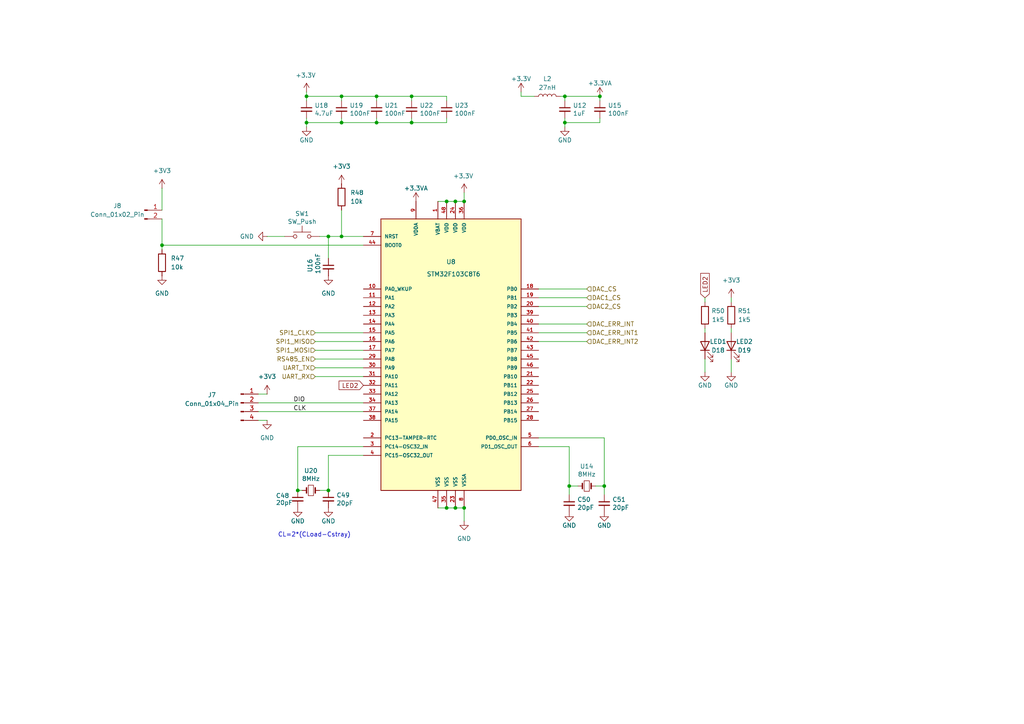
<source format=kicad_sch>
(kicad_sch (version 20231120) (generator "eeschema") (generator_version "8.0")
  (paper "A4")
  (lib_symbols
    (symbol "Connector:Conn_01x02_Pin" (pin_names (offset 1.016) hide)
      (property "Reference" "J" (at 0 2.54 0))
      (property "Value" "Conn_01x02_Pin" (at 0 -5.08 0))
      (symbol "Conn_01x02_Pin_1_1"
        (polyline (pts (xy 1.27 -2.54) (xy 0.8636 -2.54)) (stroke (width 0.1524)))
        (polyline (pts (xy 1.27 0) (xy 0.8636 0)) (stroke (width 0.1524)))
        (rectangle (start 0.8636 -2.413) (end 0 -2.667) (stroke (width 0.1524)) (fill (type outline)))
        (rectangle (start 0.8636 0.127) (end 0 -0.127) (stroke (width 0.1524)) (fill (type outline)))
        (pin passive line (at 5.08 0 180) (length 3.81) (name "Pin_1") (number "1"))
        (pin passive line (at 5.08 -2.54 180) (length 3.81) (name "Pin_2") (number "2"))
      )
    )
    (symbol "Connector:Conn_01x04_Pin" (pin_names (offset 1.016) hide)
      (property "Reference" "J" (at 0 5.08 0))
      (property "Value" "Conn_01x04_Pin" (at 0 -7.62 0))
      (symbol "Conn_01x04_Pin_1_1"
        (polyline (pts (xy 1.27 -5.08) (xy 0.8636 -5.08)) (stroke (width 0.1524)))
        (polyline (pts (xy 1.27 -2.54) (xy 0.8636 -2.54)) (stroke (width 0.1524)))
        (polyline (pts (xy 1.27 0) (xy 0.8636 0)) (stroke (width 0.1524)))
        (polyline (pts (xy 1.27 2.54) (xy 0.8636 2.54)) (stroke (width 0.1524)))
        (rectangle (start 0.8636 -4.953) (end 0 -5.207) (stroke (width 0.1524)) (fill (type outline)))
        (rectangle (start 0.8636 -2.413) (end 0 -2.667) (stroke (width 0.1524)) (fill (type outline)))
        (rectangle (start 0.8636 0.127) (end 0 -0.127) (stroke (width 0.1524)) (fill (type outline)))
        (rectangle (start 0.8636 2.667) (end 0 2.413) (stroke (width 0.1524)) (fill (type outline)))
        (pin passive line (at 5.08 2.54 180) (length 3.81) (name "Pin_1") (number "1"))
        (pin passive line (at 5.08 0 180) (length 3.81) (name "Pin_2") (number "2"))
        (pin passive line (at 5.08 -2.54 180) (length 3.81) (name "Pin_3") (number "3"))
        (pin passive line (at 5.08 -5.08 180) (length 3.81) (name "Pin_4") (number "4"))
      )
    )
    (symbol "Device:C_Small" (pin_numbers hide) (pin_names (offset 0.254) hide)
      (property "Reference" "C" (at 0.254 1.778 0))
      (property "Value" "C_Small" (at 0.254 -2.032 0))
      (symbol "C_Small_0_1"
        (polyline (pts (xy -1.524 -0.508) (xy 1.524 -0.508)) (stroke (width 0.3302)))
        (polyline (pts (xy -1.524 0.508) (xy 1.524 0.508)) (stroke (width 0.3048)))
      )
      (symbol "C_Small_1_1"
        (pin passive line (at 0 2.54 270) (length 2.032) (name "~") (number "1"))
        (pin passive line (at 0 -2.54 90) (length 2.032) (name "~") (number "2"))
      )
    )
    (symbol "Device:Crystal_Small" (pin_numbers hide) (pin_names (offset 1.016) hide)
      (property "Reference" "Y" (at 0 2.54 0))
      (property "Value" "Crystal_Small" (at 0 -2.54 0))
      (symbol "Crystal_Small_0_1"
        (rectangle (start -0.762 -1.524) (end 0.762 1.524))
        (polyline (pts (xy -1.27 -0.762) (xy -1.27 0.762)) (stroke (width 0.381)))
        (polyline (pts (xy 1.27 -0.762) (xy 1.27 0.762)) (stroke (width 0.381)))
      )
      (symbol "Crystal_Small_1_1"
        (pin passive line (at -2.54 0 0) (length 1.27) (name "1") (number "1"))
        (pin passive line (at 2.54 0 180) (length 1.27) (name "2") (number "2"))
      )
    )
    (symbol "Device:L" (pin_numbers hide) (pin_names (offset 1.016) hide)
      (property "Reference" "L" (at -1.27 0 90))
      (property "Value" "L" (at 1.905 0 90))
      (symbol "L_0_1"
        (arc (start 0 -2.54) (mid 0.6323 -1.905) (end 0 -1.27))
        (arc (start 0 -1.27) (mid 0.6323 -0.635) (end 0 0))
        (arc (start 0 0) (mid 0.6323 0.635) (end 0 1.27))
        (arc (start 0 1.27) (mid 0.6323 1.905) (end 0 2.54))
      )
      (symbol "L_1_1"
        (pin passive line (at 0 3.81 270) (length 1.27) (name "1") (number "1"))
        (pin passive line (at 0 -3.81 90) (length 1.27) (name "2") (number "2"))
      )
    )
    (symbol "Device:LED" (pin_numbers hide) (pin_names (offset 1.016) hide)
      (property "Reference" "D" (at 0 2.54 0))
      (property "Value" "LED" (at 0 -2.54 0))
      (symbol "LED_0_1"
        (polyline (pts (xy -1.27 -1.27) (xy -1.27 1.27)) (stroke (width 0.254)))
        (polyline (pts (xy -1.27 0) (xy 1.27 0)))
        (polyline (pts (xy 1.27 -1.27) (xy 1.27 1.27) (xy -1.27 0) (xy 1.27 -1.27)) (stroke (width 0.254)))
        (polyline (pts (xy -3.048 -0.762) (xy -4.572 -2.286) (xy -3.81 -2.286) (xy -4.572 -2.286) (xy -4.572 -1.524)))
        (polyline (pts (xy -1.778 -0.762) (xy -3.302 -2.286) (xy -2.54 -2.286) (xy -3.302 -2.286) (xy -3.302 -1.524)))
      )
      (symbol "LED_1_1"
        (pin passive line (at -3.81 0 0) (length 2.54) (name "K") (number "1"))
        (pin passive line (at 3.81 0 180) (length 2.54) (name "A") (number "2"))
      )
    )
    (symbol "Device:R" (pin_numbers hide) (pin_names (offset 0))
      (property "Reference" "R" (at 2.032 0 90))
      (property "Value" "R" (at 0 0 90))
      (symbol "R_0_1"
        (rectangle (start -1.016 -2.54) (end 1.016 2.54) (stroke (width 0.254)))
      )
      (symbol "R_1_1"
        (pin passive line (at 0 3.81 270) (length 1.27) (name "~") (number "1"))
        (pin passive line (at 0 -3.81 90) (length 1.27) (name "~") (number "2"))
      )
    )
    (symbol "GND_1" (power) (pin_numbers hide) (pin_names (offset 0) hide)
      (property "Value" "GND" (at 0 -3.81 0))
      (symbol "GND_1_0_1"
        (polyline (pts (xy 0 0) (xy 0 -1.27) (xy 1.27 -1.27) (xy 0 -2.54) (xy -1.27 -1.27) (xy 0 -1.27)))
      )
      (symbol "GND_1_1_1"
        (pin power_in line (at 0 0 270) (length 0) (name "~") (number "1"))
      )
    )
    (symbol "GND_2" (power) (pin_numbers hide) (pin_names (offset 0) hide)
      (property "Value" "GND" (at 0 -3.81 0))
      (symbol "GND_2_0_1"
        (polyline (pts (xy 0 0) (xy 0 -1.27) (xy 1.27 -1.27) (xy 0 -2.54) (xy -1.27 -1.27) (xy 0 -1.27)))
      )
      (symbol "GND_2_1_1"
        (pin power_in line (at 0 0 270) (length 0) (name "~") (number "1"))
      )
    )
    (symbol "STM32F103C8T6:STM32F103C8T6" (pin_names (offset 1.016))
      (property "Reference" "U8" (at 0 28.194 0))
      (property "Value" "STM32F103C8T6" (at 0.762 24.638 0))
      (symbol "STM32F103C8T6_0_0"
        (rectangle (start -20.32 40.64) (end 20.32 -38.1) (stroke (width 0.254)) (fill (type background)))
        (pin bidirectional line (at -3.81 45.72 270) (length 5.08) (name "VBAT") (number "1"))
        (pin bidirectional line (at -25.4 20.32 0) (length 5.08) (name "PA0_WKUP") (number "10"))
        (pin bidirectional line (at -25.4 17.78 0) (length 5.08) (name "PA1") (number "11"))
        (pin bidirectional line (at -25.4 15.24 0) (length 5.08) (name "PA2") (number "12"))
        (pin bidirectional line (at -25.4 12.7 0) (length 5.08) (name "PA3") (number "13"))
        (pin bidirectional line (at -25.4 10.16 0) (length 5.08) (name "PA4") (number "14"))
        (pin bidirectional line (at -25.4 7.62 0) (length 5.08) (name "PA5") (number "15"))
        (pin bidirectional line (at -25.4 5.08 0) (length 5.08) (name "PA6") (number "16"))
        (pin bidirectional line (at -25.4 2.54 0) (length 5.08) (name "PA7") (number "17"))
        (pin bidirectional line (at 25.4 20.32 180) (length 5.08) (name "PB0") (number "18"))
        (pin bidirectional line (at 25.4 17.78 180) (length 5.08) (name "PB1") (number "19"))
        (pin bidirectional line (at -25.4 -22.86 0) (length 5.08) (name "PC13-TAMPER-RTC") (number "2"))
        (pin bidirectional line (at 25.4 15.24 180) (length 5.08) (name "PB2") (number "20"))
        (pin bidirectional line (at 25.4 -5.08 180) (length 5.08) (name "PB10") (number "21"))
        (pin bidirectional line (at 25.4 -7.62 180) (length 5.08) (name "PB11") (number "22"))
        (pin power_in line (at 1.27 -43.18 90) (length 5.08) (name "VSS") (number "23"))
        (pin power_in line (at 1.27 45.72 270) (length 5.08) (name "VDD") (number "24"))
        (pin bidirectional line (at 25.4 -10.16 180) (length 5.08) (name "PB12") (number "25"))
        (pin bidirectional line (at 25.4 -12.7 180) (length 5.08) (name "PB13") (number "26"))
        (pin bidirectional line (at 25.4 -15.24 180) (length 5.08) (name "PB14") (number "27"))
        (pin bidirectional line (at 25.4 -17.78 180) (length 5.08) (name "PB15") (number "28"))
        (pin bidirectional line (at -25.4 0 0) (length 5.08) (name "PA8") (number "29"))
        (pin bidirectional line (at -25.4 -25.4 0) (length 5.08) (name "PC14-OSC32_IN") (number "3"))
        (pin bidirectional line (at -25.4 -2.54 0) (length 5.08) (name "PA9") (number "30"))
        (pin bidirectional line (at -25.4 -5.08 0) (length 5.08) (name "PA10") (number "31"))
        (pin bidirectional line (at -25.4 -7.62 0) (length 5.08) (name "PA11") (number "32"))
        (pin bidirectional line (at -25.4 -10.16 0) (length 5.08) (name "PA12") (number "33"))
        (pin bidirectional line (at -25.4 -12.7 0) (length 5.08) (name "PA13") (number "34"))
        (pin power_in line (at -1.27 -43.18 90) (length 5.08) (name "VSS") (number "35"))
        (pin power_in line (at 3.81 45.72 270) (length 5.08) (name "VDD") (number "36"))
        (pin bidirectional line (at -25.4 -15.24 0) (length 5.08) (name "PA14") (number "37"))
        (pin bidirectional line (at -25.4 -17.78 0) (length 5.08) (name "PA15") (number "38"))
        (pin bidirectional line (at 25.4 12.7 180) (length 5.08) (name "PB3") (number "39"))
        (pin bidirectional line (at -25.4 -27.94 0) (length 5.08) (name "PC15-OSC32_OUT") (number "4"))
        (pin bidirectional line (at 25.4 10.16 180) (length 5.08) (name "PB4") (number "40"))
        (pin bidirectional line (at 25.4 7.62 180) (length 5.08) (name "PB5") (number "41"))
        (pin bidirectional line (at 25.4 5.08 180) (length 5.08) (name "PB6") (number "42"))
        (pin bidirectional line (at 25.4 2.54 180) (length 5.08) (name "PB7") (number "43"))
        (pin input line (at -25.4 33.02 0) (length 5.08) (name "BOOT0") (number "44"))
        (pin bidirectional line (at 25.4 0 180) (length 5.08) (name "PB8") (number "45"))
        (pin bidirectional line (at 25.4 -2.54 180) (length 5.08) (name "PB9") (number "46"))
        (pin power_in line (at -3.81 -43.18 90) (length 5.08) (name "VSS") (number "47"))
        (pin power_in line (at -1.27 45.72 270) (length 5.08) (name "VDD") (number "48"))
        (pin bidirectional line (at 25.4 -22.86 180) (length 5.08) (name "PD0_OSC_IN") (number "5"))
        (pin bidirectional line (at 25.4 -25.4 180) (length 5.08) (name "PD1_OSC_OUT") (number "6"))
        (pin input line (at -25.4 35.56 0) (length 5.08) (name "NRST") (number "7"))
        (pin power_in line (at 3.81 -43.18 90) (length 5.08) (name "VSSA") (number "8"))
        (pin power_in line (at -10.16 45.72 270) (length 5.08) (name "VDDA") (number "9"))
      )
    )
    (symbol "Switch:SW_Push" (pin_numbers hide) (pin_names (offset 1.016) hide)
      (property "Reference" "SW" (at 1.27 2.54 0))
      (property "Value" "SW_Push" (at 0 -1.524 0))
      (symbol "SW_Push_0_1"
        (circle (center -2.032 0) (radius 0.508))
        (polyline (pts (xy 0 1.27) (xy 0 3.048)))
        (polyline (pts (xy 2.54 1.27) (xy -2.54 1.27)))
        (circle (center 2.032 0) (radius 0.508))
        (pin passive line (at -5.08 0 0) (length 2.54) (name "1") (number "1"))
        (pin passive line (at 5.08 0 180) (length 2.54) (name "2") (number "2"))
      )
    )
    (symbol "power:+3.3V" (power) (pin_names (offset 0))
      (property "Value" "+3.3V" (at 0 3.556 0))
      (symbol "+3.3V_0_1"
        (polyline (pts (xy -0.762 1.27) (xy 0 2.54)))
        (polyline (pts (xy 0 0) (xy 0 2.54)))
        (polyline (pts (xy 0 2.54) (xy 0.762 1.27)))
      )
      (symbol "+3.3V_1_1"
        (pin power_in line (at 0 0 90) (length 0) hide (name "+3.3V") (number "1"))
      )
    )
    (symbol "power:+3V3" (power) (pin_numbers hide) (pin_names (offset 0) hide)
      (property "Value" "+3V3" (at 0 3.556 0))
      (symbol "+3V3_0_1"
        (polyline (pts (xy -0.762 1.27) (xy 0 2.54)))
        (polyline (pts (xy 0 0) (xy 0 2.54)))
        (polyline (pts (xy 0 2.54) (xy 0.762 1.27)))
      )
      (symbol "+3V3_1_1"
        (pin power_in line (at 0 0 90) (length 0) (name "~") (number "1"))
      )
    )
    (symbol "power:GND" (power) (pin_names (offset 0))
      (property "Value" "GND" (at 0 -3.81 0))
      (symbol "GND_0_1"
        (polyline (pts (xy 0 0) (xy 0 -1.27) (xy 1.27 -1.27) (xy 0 -2.54) (xy -1.27 -1.27) (xy 0 -1.27)))
      )
      (symbol "GND_1_1"
        (pin power_in line (at 0 0 270) (length 0) hide (name "GND") (number "1"))
      )
    )
  )
  (junction (at 95.25 142.24))
  (junction (at 163.83 35.56))
  (junction (at 132.08 58.42))
  (junction (at 109.22 27.94))
  (junction (at 95.25 68.58))
  (junction (at 165.1 140.97))
  (junction (at 88.9 27.94))
  (junction (at 132.08 147.32))
  (junction (at 86.36 142.24))
  (junction (at 119.38 27.94))
  (junction (at 119.38 35.56))
  (junction (at 129.54 58.42))
  (junction (at 109.22 35.56))
  (junction (at 163.83 27.94))
  (junction (at 46.99 71.12))
  (junction (at 173.99 27.94))
  (junction (at 129.54 147.32))
  (junction (at 134.62 58.42))
  (junction (at 88.9 35.56))
  (junction (at 175.26 140.97))
  (junction (at 134.62 147.32))
  (junction (at 99.06 68.58))
  (junction (at 99.06 27.94))
  (junction (at 99.06 35.56))
  (wire (pts (xy 165.1 129.54) (xy 156.21 129.54)))
  (wire (pts (xy 119.38 34.29) (xy 119.38 35.56)))
  (wire (pts (xy 119.38 29.21) (xy 119.38 27.94)))
  (wire (pts (xy 170.18 86.36) (xy 156.21 86.36)))
  (wire (pts (xy 109.22 29.21) (xy 109.22 27.94)))
  (wire (pts (xy 127 147.32) (xy 129.54 147.32)))
  (wire (pts (xy 95.25 132.08) (xy 105.41 132.08)))
  (wire (pts (xy 99.06 60.96) (xy 99.06 68.58)))
  (wire (pts (xy 154.94 27.94) (xy 151.13 27.94)))
  (wire (pts (xy 134.62 147.32) (xy 134.62 151.13)))
  (wire (pts (xy 95.25 142.24) (xy 95.25 132.08)))
  (wire (pts (xy 204.47 95.25) (xy 204.47 96.52)))
  (wire (pts (xy 99.06 27.94) (xy 88.9 27.94)))
  (wire (pts (xy 170.18 96.52) (xy 156.21 96.52)))
  (wire (pts (xy 163.83 35.56) (xy 163.83 34.29)))
  (wire (pts (xy 99.06 68.58) (xy 105.41 68.58)))
  (wire (pts (xy 170.18 99.06) (xy 156.21 99.06)))
  (wire (pts (xy 74.93 119.38) (xy 105.41 119.38)))
  (wire (pts (xy 109.22 35.56) (xy 119.38 35.56)))
  (wire (pts (xy 127 58.42) (xy 129.54 58.42)))
  (wire (pts (xy 119.38 27.94) (xy 109.22 27.94)))
  (wire (pts (xy 109.22 34.29) (xy 109.22 35.56)))
  (wire (pts (xy 88.9 27.94) (xy 88.9 29.21)))
  (wire (pts (xy 163.83 27.94) (xy 163.83 29.21)))
  (wire (pts (xy 46.99 63.5) (xy 46.99 71.12)))
  (wire (pts (xy 109.22 27.94) (xy 99.06 27.94)))
  (wire (pts (xy 134.62 55.88) (xy 134.62 58.42)))
  (wire (pts (xy 74.93 114.3) (xy 77.47 114.3)))
  (wire (pts (xy 129.54 29.21) (xy 129.54 27.94)))
  (wire (pts (xy 91.44 104.14) (xy 105.41 104.14)))
  (wire (pts (xy 151.13 26.67) (xy 151.13 27.94)))
  (wire (pts (xy 88.9 35.56) (xy 99.06 35.56)))
  (wire (pts (xy 46.99 71.12) (xy 105.41 71.12)))
  (wire (pts (xy 46.99 71.12) (xy 46.99 72.39)))
  (wire (pts (xy 163.83 35.56) (xy 163.83 36.83)))
  (wire (pts (xy 46.99 54.61) (xy 46.99 60.96)))
  (wire (pts (xy 77.47 68.58) (xy 82.55 68.58)))
  (wire (pts (xy 129.54 34.29) (xy 129.54 35.56)))
  (wire (pts (xy 165.1 129.54) (xy 165.1 140.97)))
  (wire (pts (xy 165.1 140.97) (xy 167.64 140.97)))
  (wire (pts (xy 99.06 35.56) (xy 109.22 35.56)))
  (wire (pts (xy 212.09 104.14) (xy 212.09 107.95)))
  (wire (pts (xy 204.47 104.14) (xy 204.47 107.95)))
  (wire (pts (xy 95.25 142.24) (xy 92.71 142.24)))
  (wire (pts (xy 204.47 86.36) (xy 204.47 87.63)))
  (wire (pts (xy 91.44 99.06) (xy 105.41 99.06)))
  (wire (pts (xy 132.08 147.32) (xy 134.62 147.32)))
  (wire (pts (xy 165.1 143.51) (xy 165.1 140.97)))
  (wire (pts (xy 95.25 68.58) (xy 99.06 68.58)))
  (wire (pts (xy 95.25 68.58) (xy 95.25 74.93)))
  (wire (pts (xy 119.38 35.56) (xy 129.54 35.56)))
  (wire (pts (xy 86.36 142.24) (xy 86.36 129.54)))
  (wire (pts (xy 91.44 101.6) (xy 105.41 101.6)))
  (wire (pts (xy 74.93 121.92) (xy 77.47 121.92)))
  (wire (pts (xy 91.44 106.68) (xy 105.41 106.68)))
  (wire (pts (xy 88.9 34.29) (xy 88.9 35.56)))
  (wire (pts (xy 212.09 95.25) (xy 212.09 96.52)))
  (wire (pts (xy 91.44 109.22) (xy 105.41 109.22)))
  (wire (pts (xy 170.18 83.82) (xy 156.21 83.82)))
  (wire (pts (xy 99.06 27.94) (xy 99.06 29.21)))
  (wire (pts (xy 88.9 26.67) (xy 88.9 27.94)))
  (wire (pts (xy 163.83 27.94) (xy 162.56 27.94)))
  (wire (pts (xy 129.54 27.94) (xy 119.38 27.94)))
  (wire (pts (xy 74.93 116.84) (xy 105.41 116.84)))
  (wire (pts (xy 170.18 88.9) (xy 156.21 88.9)))
  (wire (pts (xy 173.99 27.94) (xy 173.99 29.21)))
  (wire (pts (xy 88.9 35.56) (xy 88.9 36.83)))
  (wire (pts (xy 175.26 127) (xy 156.21 127)))
  (wire (pts (xy 175.26 143.51) (xy 175.26 140.97)))
  (wire (pts (xy 99.06 35.56) (xy 99.06 34.29)))
  (wire (pts (xy 175.26 127) (xy 175.26 140.97)))
  (wire (pts (xy 163.83 35.56) (xy 173.99 35.56)))
  (wire (pts (xy 129.54 58.42) (xy 132.08 58.42)))
  (wire (pts (xy 172.72 140.97) (xy 175.26 140.97)))
  (wire (pts (xy 170.18 93.98) (xy 156.21 93.98)))
  (wire (pts (xy 132.08 58.42) (xy 134.62 58.42)))
  (wire (pts (xy 92.71 68.58) (xy 95.25 68.58)))
  (wire (pts (xy 91.44 96.52) (xy 105.41 96.52)))
  (wire (pts (xy 212.09 86.36) (xy 212.09 87.63)))
  (wire (pts (xy 173.99 27.94) (xy 163.83 27.94)))
  (wire (pts (xy 173.99 34.29) (xy 173.99 35.56)))
  (wire (pts (xy 129.54 147.32) (xy 132.08 147.32)))
  (wire (pts (xy 86.36 142.24) (xy 87.63 142.24)))
  (wire (pts (xy 86.36 129.54) (xy 105.41 129.54)))
  (text "CL=2*(CLoad-Cstray)" (at 91.186 155.194 0) (effects (font (size 1.27 1.27))))
  (label "DIO" (at 85.09 116.84 0))
  (label "CLK" (at 85.09 119.38 0))
  (global_label "LED2" (shape input) (at 204.47 86.36 90) (property "Intersheetrefs" "${INTERSHEET_REFS}" (effects (hide yes))))
  (global_label "LED2" (shape input) (at 105.41 111.76 180) (property "Intersheetrefs" "${INTERSHEET_REFS}" (effects (hide yes))))
  (hierarchical_label "SPI1_MOSI" (shape input) (at 91.44 101.6 180))
  (hierarchical_label "UART_TX" (shape input) (at 91.44 106.68 180))
  (hierarchical_label "DAC_ERR_INT1" (shape input) (at 170.18 96.52 0))
  (hierarchical_label "DAC_CS" (shape input) (at 170.18 83.82 0))
  (hierarchical_label "SPI1_MISO" (shape input) (at 91.44 99.06 180))
  (hierarchical_label "DAC_ERR_INT2" (shape input) (at 170.18 99.06 0))
  (hierarchical_label "SPI1_CLK" (shape input) (at 91.44 96.52 180))
  (hierarchical_label "DAC2_CS" (shape input) (at 170.18 88.9 0))
  (hierarchical_label "DAC_ERR_INT" (shape input) (at 170.18 93.98 0))
  (hierarchical_label "DAC1_CS" (shape input) (at 170.18 86.36 0))
  (hierarchical_label "RS485_EN" (shape input) (at 91.44 104.14 180))
  (hierarchical_label "UART_RX" (shape input) (at 91.44 109.22 180))
  (symbol (lib_id "power:+3V3") (at 77.47 114.3 0) (unit 1)
    (property "Reference" "#PWR073" (effects (hide yes)))
    (property "Value" "+3V3" (at 77.47 109.22 0))
    (property "Description" "Power symbol creates a global label with name \"+3V3\"" (effects (hide yes)))
  )
  (symbol (lib_id "Device:Crystal_Small") (at 90.17 142.24 0) (unit 1)
    (property "Reference" "U20" (at 90.17 136.525 0))
    (property "Value" "8MHz" (at 90.17 138.8364 0))
    (property "Footprint" "Crystal:Crystal_SMD_5032-2Pin_5.0x3.2mm" (effects (hide yes)))
    (property "LCSC Part #" "C115962" (effects (hide yes)))
  )
  (symbol (lib_id "power:+3.3V") (at 134.62 55.88 0) (unit 1)
    (property "Reference" "#PWR083" (effects (hide yes)))
    (property "Value" "+3.3V" (at 134.366 51.054 0))
  )
  (symbol (lib_id "Switch:SW_Push") (at 87.63 68.58 0) (unit 1)
    (property "Reference" "SW1" (at 87.63 61.976 0))
    (property "Value" "SW_Push" (at 87.63 64.262 0))
    (property "Description" "Push button switch, generic, two pins" (effects (hide yes)))
  )
  (symbol (lib_id "Device:C_Small") (at 86.36 144.78 0) (unit 1)
    (property "Reference" "C48" (at 80.01 143.764 0) (effects (justify left)))
    (property "Value" "20pF" (at 80.01 145.796 0) (effects (justify left)))
    (property "Footprint" "Capacitor_SMD:C_0402_1005Metric" (effects (hide yes)))
    (property "LCSC Part #" "C1570" (effects (hide yes)))
  )
  (symbol (lib_id "Device:C_Small") (at 109.22 31.75 0) (unit 1)
    (property "Reference" "U21" (at 111.5568 30.5816 0) (effects (justify left)))
    (property "Value" "100nF" (at 111.5568 32.893 0) (effects (justify left)))
    (property "Footprint" "Capacitor_SMD:C_0402_1005Metric" (effects (hide yes)))
    (property "LCSC Part #" "C1525" (effects (hide yes)))
  )
  (symbol (lib_name "GND_2") (lib_id "power:GND") (at 134.62 151.13 0) (unit 1)
    (property "Reference" "#PWR013" (effects (hide yes)))
    (property "Value" "GND" (at 134.62 156.21 0))
    (property "Description" "Power symbol creates a global label with name \"GND\" , ground" (effects (hide yes)))
  )
  (symbol (lib_id "Device:C_Small") (at 95.25 77.47 0) (unit 1)
    (property "Reference" "U16" (at 89.916 78.994 90) (effects (justify left)))
    (property "Value" "100nF" (at 92.202 79.502 90) (effects (justify left)))
    (property "Footprint" "Capacitor_SMD:C_0402_1005Metric" (effects (hide yes)))
    (property "LCSC Part #" "C1525" (effects (hide yes)))
  )
  (symbol (lib_id "Device:R") (at 99.06 57.15 0) (unit 1)
    (property "Reference" "R48" (at 101.6 55.8799 0) (effects (justify left)))
    (property "Value" "10k" (at 101.6 58.4199 0) (effects (justify left)))
    (property "Description" "Resistor" (effects (hide yes)))
  )
  (symbol (lib_id "power:+3.3V") (at 88.9 26.67 0) (unit 1)
    (property "Reference" "#PWR084" (effects (hide yes)))
    (property "Value" "+3.3V" (at 88.646 21.844 0))
  )
  (symbol (lib_id "Device:C_Small") (at 119.38 31.75 0) (unit 1)
    (property "Reference" "U22" (at 121.7168 30.5816 0) (effects (justify left)))
    (property "Value" "100nF" (at 121.7168 32.893 0) (effects (justify left)))
    (property "Footprint" "Capacitor_SMD:C_0402_1005Metric" (effects (hide yes)))
    (property "LCSC Part #" "C1525" (effects (hide yes)))
  )
  (symbol (lib_id "Device:R") (at 212.09 91.44 0) (unit 1)
    (property "Reference" "R51" (at 215.9 90.17 0))
    (property "Value" "1k5" (at 215.9 92.71 0))
    (property "Footprint" "Resistor_SMD:R_0603_1608Metric" (effects (hide yes)))
    (property "LCSC Part #" "C22843" (effects (hide yes)))
  )
  (symbol (lib_id "Connector:Conn_01x04_Pin") (at 69.85 116.84 0) (unit 1)
    (property "Reference" "J7" (at 61.468 114.554 0))
    (property "Value" "Conn_01x04_Pin" (at 61.468 117.094 0))
    (property "Description" "Generic connector, single row, 01x04, script generated" (effects (hide yes)))
  )
  (symbol (lib_id "power:GND") (at 163.83 36.83 0) (unit 1)
    (property "Reference" "#PWR078" (effects (hide yes)))
    (property "Value" "GND" (at 163.83 40.64 0))
  )
  (symbol (lib_id "power:GND") (at 86.36 147.32 0) (unit 1)
    (property "Reference" "#PWR088" (effects (hide yes)))
    (property "Value" "GND" (at 86.36 151.13 0))
  )
  (symbol (lib_id "power:GND") (at 204.47 107.95 0) (unit 1)
    (property "Reference" "#PWR080" (effects (hide yes)))
    (property "Value" "GND" (at 204.47 111.76 0))
  )
  (symbol (lib_id "Device:Crystal_Small") (at 170.18 140.97 0) (unit 1)
    (property "Reference" "U14" (at 170.18 135.255 0))
    (property "Value" "8MHz" (at 170.18 137.5664 0))
    (property "Footprint" "Crystal:Crystal_SMD_5032-2Pin_5.0x3.2mm" (effects (hide yes)))
    (property "LCSC Part #" "C115962" (effects (hide yes)))
  )
  (symbol (lib_id "Device:C_Small") (at 173.99 31.75 0) (unit 1)
    (property "Reference" "U15" (at 176.3268 30.5816 0) (effects (justify left)))
    (property "Value" "100nF" (at 176.3268 32.893 0) (effects (justify left)))
    (property "Footprint" "Capacitor_SMD:C_0402_1005Metric" (effects (hide yes)))
    (property "LCSC Part #" "C1525" (effects (hide yes)))
  )
  (symbol (lib_id "power:+3.3V") (at 120.65 58.42 0) (unit 1)
    (property "Reference" "#PWR076" (effects (hide yes)))
    (property "Value" "+3.3VA" (at 120.65 54.61 0))
  )
  (symbol (lib_id "power:GND") (at 175.26 148.59 0) (unit 1)
    (property "Reference" "#PWR075" (effects (hide yes)))
    (property "Value" "GND" (at 175.26 152.4 0))
  )
  (symbol (lib_id "Device:C_Small") (at 129.54 31.75 0) (unit 1)
    (property "Reference" "U23" (at 131.8768 30.5816 0) (effects (justify left)))
    (property "Value" "100nF" (at 131.8768 32.893 0) (effects (justify left)))
    (property "Footprint" "Capacitor_SMD:C_0402_1005Metric" (effects (hide yes)))
    (property "LCSC Part #" "C1525" (effects (hide yes)))
  )
  (symbol (lib_name "GND_1") (lib_id "power:GND") (at 46.99 80.01 0) (unit 1)
    (property "Reference" "#PWR070" (effects (hide yes)))
    (property "Value" "GND" (at 46.99 85.09 0))
    (property "Description" "Power symbol creates a global label with name \"GND\" , ground" (effects (hide yes)))
  )
  (symbol (lib_id "power:+3V3") (at 212.09 86.36 0) (unit 1)
    (property "Reference" "#PWR082" (effects (hide yes)))
    (property "Value" "+3V3" (at 212.09 81.28 0))
    (property "Description" "Power symbol creates a global label with name \"+3V3\"" (effects (hide yes)))
  )
  (symbol (lib_id "Device:C_Small") (at 163.83 31.75 0) (unit 1)
    (property "Reference" "U12" (at 166.1668 30.5816 0) (effects (justify left)))
    (property "Value" "1uF" (at 166.1668 32.893 0) (effects (justify left)))
    (property "Footprint" "Capacitor_SMD:C_0603_1608Metric" (effects (hide yes)))
    (property "LCSC Part #" "C19666" (effects (hide yes)))
  )
  (symbol (lib_id "power:GND") (at 88.9 36.83 0) (unit 1)
    (property "Reference" "#PWR077" (effects (hide yes)))
    (property "Value" "GND" (at 88.9 40.64 0))
  )
  (symbol (lib_id "power:GND") (at 212.09 107.95 0) (unit 1)
    (property "Reference" "#PWR081" (effects (hide yes)))
    (property "Value" "GND" (at 212.09 111.76 0))
  )
  (symbol (lib_id "power:GND") (at 95.25 147.32 0) (unit 1)
    (property "Reference" "#PWR089" (effects (hide yes)))
    (property "Value" "GND" (at 95.25 151.13 0))
  )
  (symbol (lib_id "Device:R") (at 46.99 76.2 0) (unit 1)
    (property "Reference" "R47" (at 49.53 74.9299 0) (effects (justify left)))
    (property "Value" "10k" (at 49.53 77.4699 0) (effects (justify left)))
    (property "Description" "Resistor" (effects (hide yes)))
  )
  (symbol (lib_id "Device:L") (at 158.75 27.94 90) (unit 1)
    (property "Reference" "L2" (at 158.75 22.86 90))
    (property "Value" "27nH" (at 158.75 25.4 90))
    (property "Description" "Inductor" (effects (hide yes)))
  )
  (symbol (lib_name "GND_1") (lib_id "power:GND") (at 95.25 80.01 0) (unit 1)
    (property "Reference" "#PWR086" (effects (hide yes)))
    (property "Value" "GND" (at 95.25 85.09 0))
    (property "Description" "Power symbol creates a global label with name \"GND\" , ground" (effects (hide yes)))
  )
  (symbol (lib_name "GND_1") (lib_id "power:GND") (at 77.47 121.92 0) (unit 1)
    (property "Reference" "#PWR071" (effects (hide yes)))
    (property "Value" "GND" (at 77.47 127 0))
    (property "Description" "Power symbol creates a global label with name \"GND\" , ground" (effects (hide yes)))
  )
  (symbol (lib_id "STM32F103C8T6:STM32F103C8T6") (at 130.81 104.14 0) (unit 1)
    (property "Reference" "U8" (at 130.81 75.946 0))
    (property "Value" "STM32F103C8T6" (at 131.572 79.502 0))
  )
  (symbol (lib_id "power:+3V3") (at 46.99 54.61 0) (unit 1)
    (property "Reference" "#PWR069" (effects (hide yes)))
    (property "Value" "+3V3" (at 46.99 49.53 0))
    (property "Description" "Power symbol creates a global label with name \"+3V3\"" (effects (hide yes)))
  )
  (symbol (lib_id "Device:C_Small") (at 175.26 146.05 0) (unit 1)
    (property "Reference" "C51" (at 177.5968 144.8816 0) (effects (justify left)))
    (property "Value" "20pF" (at 177.5968 147.193 0) (effects (justify left)))
    (property "Footprint" "Capacitor_SMD:C_0402_1005Metric" (effects (hide yes)))
    (property "LCSC Part #" "C1570" (effects (hide yes)))
  )
  (symbol (lib_id "Device:C_Small") (at 88.9 31.75 0) (unit 1)
    (property "Reference" "U18" (at 91.2368 30.5816 0) (effects (justify left)))
    (property "Value" "4.7uF" (at 91.2368 32.893 0) (effects (justify left)))
    (property "Footprint" "Capacitor_SMD:C_0603_1608Metric" (effects (hide yes)))
    (property "LCSC Part #" "C19666" (effects (hide yes)))
  )
  (symbol (lib_id "power:GND") (at 165.1 148.59 0) (unit 1)
    (property "Reference" "#PWR072" (effects (hide yes)))
    (property "Value" "GND" (at 165.1 152.4 0))
  )
  (symbol (lib_id "Device:R") (at 204.47 91.44 0) (unit 1)
    (property "Reference" "R50" (at 208.28 90.17 0))
    (property "Value" "1k5" (at 208.28 92.71 0))
    (property "Footprint" "Resistor_SMD:R_0603_1608Metric" (effects (hide yes)))
    (property "LCSC Part #" "C22843" (effects (hide yes)))
  )
  (symbol (lib_id "Connector:Conn_01x02_Pin") (at 41.91 60.96 0) (unit 1)
    (property "Reference" "J8" (at 34.036 59.69 0))
    (property "Value" "Conn_01x02_Pin" (at 34.036 62.23 0))
    (property "Description" "Generic connector, single row, 01x02, script generated" (effects (hide yes)))
  )
  (symbol (lib_id "power:+3.3V") (at 151.13 26.67 0) (unit 1)
    (property "Reference" "#PWR074" (effects (hide yes)))
    (property "Value" "+3.3V" (at 151.13 22.86 0))
  )
  (symbol (lib_id "Device:C_Small") (at 165.1 146.05 0) (unit 1)
    (property "Reference" "C50" (at 167.4368 144.8816 0) (effects (justify left)))
    (property "Value" "20pF" (at 167.4368 147.193 0) (effects (justify left)))
    (property "Footprint" "Capacitor_SMD:C_0402_1005Metric" (effects (hide yes)))
    (property "LCSC Part #" "C1570" (effects (hide yes)))
  )
  (symbol (lib_id "power:+3V3") (at 99.06 53.34 0) (unit 1)
    (property "Reference" "#PWR085" (effects (hide yes)))
    (property "Value" "+3V3" (at 99.06 48.26 0))
    (property "Description" "Power symbol creates a global label with name \"+3V3\"" (effects (hide yes)))
  )
  (symbol (lib_id "Device:LED") (at 204.47 100.33 90) (unit 1)
    (property "Reference" "D18" (at 208.28 101.6 90))
    (property "Value" "LED1" (at 208.28 99.06 90))
    (property "Footprint" "LED_SMD:LED_0603_1608Metric" (effects (hide yes)))
    (property "LCSC Part #" "C72043" (effects (hide yes)))
  )
  (symbol (lib_id "Device:LED") (at 212.09 100.33 90) (unit 1)
    (property "Reference" "D19" (at 215.9 101.6 90))
    (property "Value" "LED2" (at 215.9 99.06 90))
    (property "Footprint" "LED_SMD:LED_0603_1608Metric" (effects (hide yes)))
    (property "LCSC Part #" "C72041" (effects (hide yes)))
  )
  (symbol (lib_id "Device:C_Small") (at 99.06 31.75 0) (unit 1)
    (property "Reference" "U19" (at 101.3968 30.5816 0) (effects (justify left)))
    (property "Value" "100nF" (at 101.3968 32.893 0) (effects (justify left)))
    (property "Footprint" "Capacitor_SMD:C_0402_1005Metric" (effects (hide yes)))
    (property "LCSC Part #" "C1525" (effects (hide yes)))
  )
  (symbol (lib_name "GND_1") (lib_id "power:GND") (at 77.47 68.58 270) (unit 1)
    (property "Reference" "#PWR087" (effects (hide yes)))
    (property "Value" "GND" (at 73.66 68.5799 90) (effects (justify right)))
    (property "Description" "Power symbol creates a global label with name \"GND\" , ground" (effects (hide yes)))
  )
  (symbol (lib_id "Device:C_Small") (at 95.25 144.78 0) (unit 1)
    (property "Reference" "C49" (at 97.5868 143.6116 0) (effects (justify left)))
    (property "Value" "20pF" (at 97.5868 145.923 0) (effects (justify left)))
    (property "Footprint" "Capacitor_SMD:C_0402_1005Metric" (effects (hide yes)))
    (property "LCSC Part #" "C1570" (effects (hide yes)))
  )
  (symbol (lib_id "power:+3.3V") (at 173.99 27.94 0) (unit 1)
    (property "Reference" "#PWR079" (effects (hide yes)))
    (property "Value" "+3.3VA" (at 173.99 24.13 0))
  )
)
</source>
